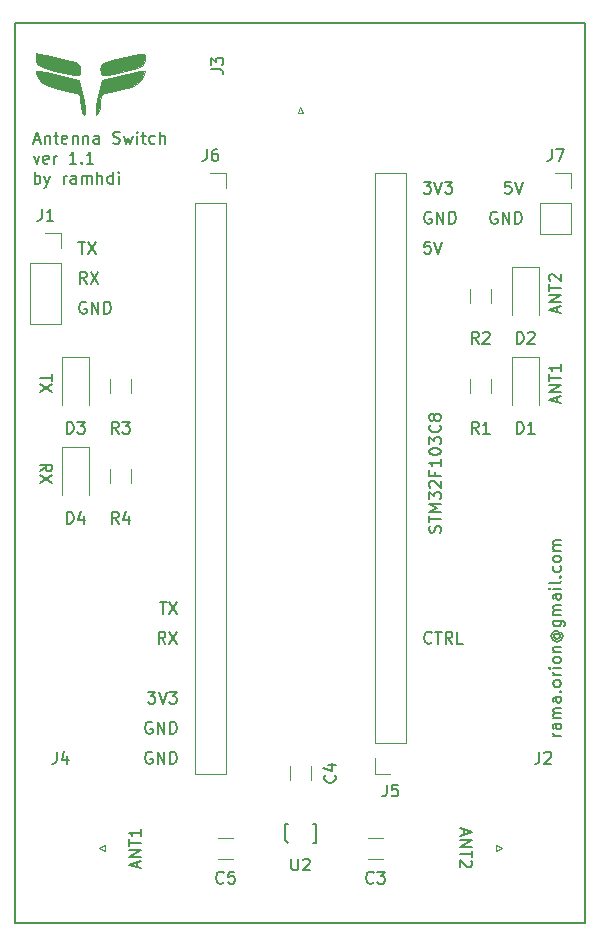
<source format=gbr>
%TF.GenerationSoftware,KiCad,Pcbnew,(5.0.0)*%
%TF.CreationDate,2018-11-11T16:52:16+07:00*%
%TF.ProjectId,AntennaSwitch_v1.1,416E74656E6E615377697463685F7631,rev?*%
%TF.SameCoordinates,Original*%
%TF.FileFunction,Legend,Top*%
%TF.FilePolarity,Positive*%
%FSLAX46Y46*%
G04 Gerber Fmt 4.6, Leading zero omitted, Abs format (unit mm)*
G04 Created by KiCad (PCBNEW (5.0.0)) date 11/11/18 16:52:16*
%MOMM*%
%LPD*%
G01*
G04 APERTURE LIST*
%ADD10C,0.200000*%
%ADD11C,0.150000*%
%ADD12C,0.120000*%
%ADD13C,0.010000*%
G04 APERTURE END LIST*
D10*
X148137619Y-92543333D02*
X148613809Y-92210000D01*
X148137619Y-91971904D02*
X149137619Y-91971904D01*
X149137619Y-92352857D01*
X149090000Y-92448095D01*
X149042380Y-92495714D01*
X148947142Y-92543333D01*
X148804285Y-92543333D01*
X148709047Y-92495714D01*
X148661428Y-92448095D01*
X148613809Y-92352857D01*
X148613809Y-91971904D01*
X149137619Y-92876666D02*
X148137619Y-93543333D01*
X149137619Y-93543333D02*
X148137619Y-92876666D01*
X149137619Y-84328095D02*
X149137619Y-84899523D01*
X148137619Y-84613809D02*
X149137619Y-84613809D01*
X149137619Y-85137619D02*
X148137619Y-85804285D01*
X149137619Y-85804285D02*
X148137619Y-85137619D01*
X183983333Y-122840952D02*
X183983333Y-123317142D01*
X183697619Y-122745714D02*
X184697619Y-123079047D01*
X183697619Y-123412380D01*
X183697619Y-123745714D02*
X184697619Y-123745714D01*
X183697619Y-124317142D01*
X184697619Y-124317142D01*
X184697619Y-124650476D02*
X184697619Y-125221904D01*
X183697619Y-124936190D02*
X184697619Y-124936190D01*
X184602380Y-125507619D02*
X184650000Y-125555238D01*
X184697619Y-125650476D01*
X184697619Y-125888571D01*
X184650000Y-125983809D01*
X184602380Y-126031428D01*
X184507142Y-126079047D01*
X184411904Y-126079047D01*
X184269047Y-126031428D01*
X183697619Y-125460000D01*
X183697619Y-126079047D01*
X156376666Y-126079047D02*
X156376666Y-125602857D01*
X156662380Y-126174285D02*
X155662380Y-125840952D01*
X156662380Y-125507619D01*
X156662380Y-125174285D02*
X155662380Y-125174285D01*
X156662380Y-124602857D01*
X155662380Y-124602857D01*
X155662380Y-124269523D02*
X155662380Y-123698095D01*
X156662380Y-123983809D02*
X155662380Y-123983809D01*
X156662380Y-122840952D02*
X156662380Y-123412380D01*
X156662380Y-123126666D02*
X155662380Y-123126666D01*
X155805238Y-123221904D01*
X155900476Y-123317142D01*
X155948095Y-123412380D01*
X152021904Y-78240000D02*
X151926666Y-78192380D01*
X151783809Y-78192380D01*
X151640952Y-78240000D01*
X151545714Y-78335238D01*
X151498095Y-78430476D01*
X151450476Y-78620952D01*
X151450476Y-78763809D01*
X151498095Y-78954285D01*
X151545714Y-79049523D01*
X151640952Y-79144761D01*
X151783809Y-79192380D01*
X151879047Y-79192380D01*
X152021904Y-79144761D01*
X152069523Y-79097142D01*
X152069523Y-78763809D01*
X151879047Y-78763809D01*
X152498095Y-79192380D02*
X152498095Y-78192380D01*
X153069523Y-79192380D01*
X153069523Y-78192380D01*
X153545714Y-79192380D02*
X153545714Y-78192380D01*
X153783809Y-78192380D01*
X153926666Y-78240000D01*
X154021904Y-78335238D01*
X154069523Y-78430476D01*
X154117142Y-78620952D01*
X154117142Y-78763809D01*
X154069523Y-78954285D01*
X154021904Y-79049523D01*
X153926666Y-79144761D01*
X153783809Y-79192380D01*
X153545714Y-79192380D01*
X191936666Y-79089047D02*
X191936666Y-78612857D01*
X192222380Y-79184285D02*
X191222380Y-78850952D01*
X192222380Y-78517619D01*
X192222380Y-78184285D02*
X191222380Y-78184285D01*
X192222380Y-77612857D01*
X191222380Y-77612857D01*
X191222380Y-77279523D02*
X191222380Y-76708095D01*
X192222380Y-76993809D02*
X191222380Y-76993809D01*
X191317619Y-76422380D02*
X191270000Y-76374761D01*
X191222380Y-76279523D01*
X191222380Y-76041428D01*
X191270000Y-75946190D01*
X191317619Y-75898571D01*
X191412857Y-75850952D01*
X191508095Y-75850952D01*
X191650952Y-75898571D01*
X192222380Y-76470000D01*
X192222380Y-75850952D01*
X191936666Y-86709047D02*
X191936666Y-86232857D01*
X192222380Y-86804285D02*
X191222380Y-86470952D01*
X192222380Y-86137619D01*
X192222380Y-85804285D02*
X191222380Y-85804285D01*
X192222380Y-85232857D01*
X191222380Y-85232857D01*
X191222380Y-84899523D02*
X191222380Y-84328095D01*
X192222380Y-84613809D02*
X191222380Y-84613809D01*
X192222380Y-83470952D02*
X192222380Y-84042380D01*
X192222380Y-83756666D02*
X191222380Y-83756666D01*
X191365238Y-83851904D01*
X191460476Y-83947142D01*
X191508095Y-84042380D01*
X157604285Y-116340000D02*
X157509047Y-116292380D01*
X157366190Y-116292380D01*
X157223333Y-116340000D01*
X157128095Y-116435238D01*
X157080476Y-116530476D01*
X157032857Y-116720952D01*
X157032857Y-116863809D01*
X157080476Y-117054285D01*
X157128095Y-117149523D01*
X157223333Y-117244761D01*
X157366190Y-117292380D01*
X157461428Y-117292380D01*
X157604285Y-117244761D01*
X157651904Y-117197142D01*
X157651904Y-116863809D01*
X157461428Y-116863809D01*
X158080476Y-117292380D02*
X158080476Y-116292380D01*
X158651904Y-117292380D01*
X158651904Y-116292380D01*
X159128095Y-117292380D02*
X159128095Y-116292380D01*
X159366190Y-116292380D01*
X159509047Y-116340000D01*
X159604285Y-116435238D01*
X159651904Y-116530476D01*
X159699523Y-116720952D01*
X159699523Y-116863809D01*
X159651904Y-117054285D01*
X159604285Y-117149523D01*
X159509047Y-117244761D01*
X159366190Y-117292380D01*
X159128095Y-117292380D01*
X157604285Y-113800000D02*
X157509047Y-113752380D01*
X157366190Y-113752380D01*
X157223333Y-113800000D01*
X157128095Y-113895238D01*
X157080476Y-113990476D01*
X157032857Y-114180952D01*
X157032857Y-114323809D01*
X157080476Y-114514285D01*
X157128095Y-114609523D01*
X157223333Y-114704761D01*
X157366190Y-114752380D01*
X157461428Y-114752380D01*
X157604285Y-114704761D01*
X157651904Y-114657142D01*
X157651904Y-114323809D01*
X157461428Y-114323809D01*
X158080476Y-114752380D02*
X158080476Y-113752380D01*
X158651904Y-114752380D01*
X158651904Y-113752380D01*
X159128095Y-114752380D02*
X159128095Y-113752380D01*
X159366190Y-113752380D01*
X159509047Y-113800000D01*
X159604285Y-113895238D01*
X159651904Y-113990476D01*
X159699523Y-114180952D01*
X159699523Y-114323809D01*
X159651904Y-114514285D01*
X159604285Y-114609523D01*
X159509047Y-114704761D01*
X159366190Y-114752380D01*
X159128095Y-114752380D01*
X157270952Y-111212380D02*
X157890000Y-111212380D01*
X157556666Y-111593333D01*
X157699523Y-111593333D01*
X157794761Y-111640952D01*
X157842380Y-111688571D01*
X157890000Y-111783809D01*
X157890000Y-112021904D01*
X157842380Y-112117142D01*
X157794761Y-112164761D01*
X157699523Y-112212380D01*
X157413809Y-112212380D01*
X157318571Y-112164761D01*
X157270952Y-112117142D01*
X158175714Y-111212380D02*
X158509047Y-112212380D01*
X158842380Y-111212380D01*
X159080476Y-111212380D02*
X159699523Y-111212380D01*
X159366190Y-111593333D01*
X159509047Y-111593333D01*
X159604285Y-111640952D01*
X159651904Y-111688571D01*
X159699523Y-111783809D01*
X159699523Y-112021904D01*
X159651904Y-112117142D01*
X159604285Y-112164761D01*
X159509047Y-112212380D01*
X159223333Y-112212380D01*
X159128095Y-112164761D01*
X159080476Y-112117142D01*
X181279523Y-107037142D02*
X181231904Y-107084761D01*
X181089047Y-107132380D01*
X180993809Y-107132380D01*
X180850952Y-107084761D01*
X180755714Y-106989523D01*
X180708095Y-106894285D01*
X180660476Y-106703809D01*
X180660476Y-106560952D01*
X180708095Y-106370476D01*
X180755714Y-106275238D01*
X180850952Y-106180000D01*
X180993809Y-106132380D01*
X181089047Y-106132380D01*
X181231904Y-106180000D01*
X181279523Y-106227619D01*
X181565238Y-106132380D02*
X182136666Y-106132380D01*
X181850952Y-107132380D02*
X181850952Y-106132380D01*
X183041428Y-107132380D02*
X182708095Y-106656190D01*
X182470000Y-107132380D02*
X182470000Y-106132380D01*
X182850952Y-106132380D01*
X182946190Y-106180000D01*
X182993809Y-106227619D01*
X183041428Y-106322857D01*
X183041428Y-106465714D01*
X182993809Y-106560952D01*
X182946190Y-106608571D01*
X182850952Y-106656190D01*
X182470000Y-106656190D01*
X183946190Y-107132380D02*
X183470000Y-107132380D01*
X183470000Y-106132380D01*
X158270952Y-103592380D02*
X158842380Y-103592380D01*
X158556666Y-104592380D02*
X158556666Y-103592380D01*
X159080476Y-103592380D02*
X159747142Y-104592380D01*
X159747142Y-103592380D02*
X159080476Y-104592380D01*
X158747142Y-107132380D02*
X158413809Y-106656190D01*
X158175714Y-107132380D02*
X158175714Y-106132380D01*
X158556666Y-106132380D01*
X158651904Y-106180000D01*
X158699523Y-106227619D01*
X158747142Y-106322857D01*
X158747142Y-106465714D01*
X158699523Y-106560952D01*
X158651904Y-106608571D01*
X158556666Y-106656190D01*
X158175714Y-106656190D01*
X159080476Y-106132380D02*
X159747142Y-107132380D01*
X159747142Y-106132380D02*
X159080476Y-107132380D01*
X181184285Y-73112380D02*
X180708095Y-73112380D01*
X180660476Y-73588571D01*
X180708095Y-73540952D01*
X180803333Y-73493333D01*
X181041428Y-73493333D01*
X181136666Y-73540952D01*
X181184285Y-73588571D01*
X181231904Y-73683809D01*
X181231904Y-73921904D01*
X181184285Y-74017142D01*
X181136666Y-74064761D01*
X181041428Y-74112380D01*
X180803333Y-74112380D01*
X180708095Y-74064761D01*
X180660476Y-74017142D01*
X181517619Y-73112380D02*
X181850952Y-74112380D01*
X182184285Y-73112380D01*
X181231904Y-70620000D02*
X181136666Y-70572380D01*
X180993809Y-70572380D01*
X180850952Y-70620000D01*
X180755714Y-70715238D01*
X180708095Y-70810476D01*
X180660476Y-71000952D01*
X180660476Y-71143809D01*
X180708095Y-71334285D01*
X180755714Y-71429523D01*
X180850952Y-71524761D01*
X180993809Y-71572380D01*
X181089047Y-71572380D01*
X181231904Y-71524761D01*
X181279523Y-71477142D01*
X181279523Y-71143809D01*
X181089047Y-71143809D01*
X181708095Y-71572380D02*
X181708095Y-70572380D01*
X182279523Y-71572380D01*
X182279523Y-70572380D01*
X182755714Y-71572380D02*
X182755714Y-70572380D01*
X182993809Y-70572380D01*
X183136666Y-70620000D01*
X183231904Y-70715238D01*
X183279523Y-70810476D01*
X183327142Y-71000952D01*
X183327142Y-71143809D01*
X183279523Y-71334285D01*
X183231904Y-71429523D01*
X183136666Y-71524761D01*
X182993809Y-71572380D01*
X182755714Y-71572380D01*
X180612857Y-68032380D02*
X181231904Y-68032380D01*
X180898571Y-68413333D01*
X181041428Y-68413333D01*
X181136666Y-68460952D01*
X181184285Y-68508571D01*
X181231904Y-68603809D01*
X181231904Y-68841904D01*
X181184285Y-68937142D01*
X181136666Y-68984761D01*
X181041428Y-69032380D01*
X180755714Y-69032380D01*
X180660476Y-68984761D01*
X180612857Y-68937142D01*
X181517619Y-68032380D02*
X181850952Y-69032380D01*
X182184285Y-68032380D01*
X182422380Y-68032380D02*
X183041428Y-68032380D01*
X182708095Y-68413333D01*
X182850952Y-68413333D01*
X182946190Y-68460952D01*
X182993809Y-68508571D01*
X183041428Y-68603809D01*
X183041428Y-68841904D01*
X182993809Y-68937142D01*
X182946190Y-68984761D01*
X182850952Y-69032380D01*
X182565238Y-69032380D01*
X182470000Y-68984761D01*
X182422380Y-68937142D01*
X182014761Y-97733809D02*
X182062380Y-97590952D01*
X182062380Y-97352857D01*
X182014761Y-97257619D01*
X181967142Y-97210000D01*
X181871904Y-97162380D01*
X181776666Y-97162380D01*
X181681428Y-97210000D01*
X181633809Y-97257619D01*
X181586190Y-97352857D01*
X181538571Y-97543333D01*
X181490952Y-97638571D01*
X181443333Y-97686190D01*
X181348095Y-97733809D01*
X181252857Y-97733809D01*
X181157619Y-97686190D01*
X181110000Y-97638571D01*
X181062380Y-97543333D01*
X181062380Y-97305238D01*
X181110000Y-97162380D01*
X181062380Y-96876666D02*
X181062380Y-96305238D01*
X182062380Y-96590952D02*
X181062380Y-96590952D01*
X182062380Y-95971904D02*
X181062380Y-95971904D01*
X181776666Y-95638571D01*
X181062380Y-95305238D01*
X182062380Y-95305238D01*
X181062380Y-94924285D02*
X181062380Y-94305238D01*
X181443333Y-94638571D01*
X181443333Y-94495714D01*
X181490952Y-94400476D01*
X181538571Y-94352857D01*
X181633809Y-94305238D01*
X181871904Y-94305238D01*
X181967142Y-94352857D01*
X182014761Y-94400476D01*
X182062380Y-94495714D01*
X182062380Y-94781428D01*
X182014761Y-94876666D01*
X181967142Y-94924285D01*
X181157619Y-93924285D02*
X181110000Y-93876666D01*
X181062380Y-93781428D01*
X181062380Y-93543333D01*
X181110000Y-93448095D01*
X181157619Y-93400476D01*
X181252857Y-93352857D01*
X181348095Y-93352857D01*
X181490952Y-93400476D01*
X182062380Y-93971904D01*
X182062380Y-93352857D01*
X181538571Y-92590952D02*
X181538571Y-92924285D01*
X182062380Y-92924285D02*
X181062380Y-92924285D01*
X181062380Y-92448095D01*
X182062380Y-91543333D02*
X182062380Y-92114761D01*
X182062380Y-91829047D02*
X181062380Y-91829047D01*
X181205238Y-91924285D01*
X181300476Y-92019523D01*
X181348095Y-92114761D01*
X181062380Y-90924285D02*
X181062380Y-90829047D01*
X181110000Y-90733809D01*
X181157619Y-90686190D01*
X181252857Y-90638571D01*
X181443333Y-90590952D01*
X181681428Y-90590952D01*
X181871904Y-90638571D01*
X181967142Y-90686190D01*
X182014761Y-90733809D01*
X182062380Y-90829047D01*
X182062380Y-90924285D01*
X182014761Y-91019523D01*
X181967142Y-91067142D01*
X181871904Y-91114761D01*
X181681428Y-91162380D01*
X181443333Y-91162380D01*
X181252857Y-91114761D01*
X181157619Y-91067142D01*
X181110000Y-91019523D01*
X181062380Y-90924285D01*
X181062380Y-90257619D02*
X181062380Y-89638571D01*
X181443333Y-89971904D01*
X181443333Y-89829047D01*
X181490952Y-89733809D01*
X181538571Y-89686190D01*
X181633809Y-89638571D01*
X181871904Y-89638571D01*
X181967142Y-89686190D01*
X182014761Y-89733809D01*
X182062380Y-89829047D01*
X182062380Y-90114761D01*
X182014761Y-90210000D01*
X181967142Y-90257619D01*
X181967142Y-88638571D02*
X182014761Y-88686190D01*
X182062380Y-88829047D01*
X182062380Y-88924285D01*
X182014761Y-89067142D01*
X181919523Y-89162380D01*
X181824285Y-89210000D01*
X181633809Y-89257619D01*
X181490952Y-89257619D01*
X181300476Y-89210000D01*
X181205238Y-89162380D01*
X181110000Y-89067142D01*
X181062380Y-88924285D01*
X181062380Y-88829047D01*
X181110000Y-88686190D01*
X181157619Y-88638571D01*
X181490952Y-88067142D02*
X181443333Y-88162380D01*
X181395714Y-88210000D01*
X181300476Y-88257619D01*
X181252857Y-88257619D01*
X181157619Y-88210000D01*
X181110000Y-88162380D01*
X181062380Y-88067142D01*
X181062380Y-87876666D01*
X181110000Y-87781428D01*
X181157619Y-87733809D01*
X181252857Y-87686190D01*
X181300476Y-87686190D01*
X181395714Y-87733809D01*
X181443333Y-87781428D01*
X181490952Y-87876666D01*
X181490952Y-88067142D01*
X181538571Y-88162380D01*
X181586190Y-88210000D01*
X181681428Y-88257619D01*
X181871904Y-88257619D01*
X181967142Y-88210000D01*
X182014761Y-88162380D01*
X182062380Y-88067142D01*
X182062380Y-87876666D01*
X182014761Y-87781428D01*
X181967142Y-87733809D01*
X181871904Y-87686190D01*
X181681428Y-87686190D01*
X181586190Y-87733809D01*
X181538571Y-87781428D01*
X181490952Y-87876666D01*
X186814285Y-70620000D02*
X186719047Y-70572380D01*
X186576190Y-70572380D01*
X186433333Y-70620000D01*
X186338095Y-70715238D01*
X186290476Y-70810476D01*
X186242857Y-71000952D01*
X186242857Y-71143809D01*
X186290476Y-71334285D01*
X186338095Y-71429523D01*
X186433333Y-71524761D01*
X186576190Y-71572380D01*
X186671428Y-71572380D01*
X186814285Y-71524761D01*
X186861904Y-71477142D01*
X186861904Y-71143809D01*
X186671428Y-71143809D01*
X187290476Y-71572380D02*
X187290476Y-70572380D01*
X187861904Y-71572380D01*
X187861904Y-70572380D01*
X188338095Y-71572380D02*
X188338095Y-70572380D01*
X188576190Y-70572380D01*
X188719047Y-70620000D01*
X188814285Y-70715238D01*
X188861904Y-70810476D01*
X188909523Y-71000952D01*
X188909523Y-71143809D01*
X188861904Y-71334285D01*
X188814285Y-71429523D01*
X188719047Y-71524761D01*
X188576190Y-71572380D01*
X188338095Y-71572380D01*
X151355238Y-73112380D02*
X151926666Y-73112380D01*
X151640952Y-74112380D02*
X151640952Y-73112380D01*
X152164761Y-73112380D02*
X152831428Y-74112380D01*
X152831428Y-73112380D02*
X152164761Y-74112380D01*
X152069523Y-76652380D02*
X151736190Y-76176190D01*
X151498095Y-76652380D02*
X151498095Y-75652380D01*
X151879047Y-75652380D01*
X151974285Y-75700000D01*
X152021904Y-75747619D01*
X152069523Y-75842857D01*
X152069523Y-75985714D01*
X152021904Y-76080952D01*
X151974285Y-76128571D01*
X151879047Y-76176190D01*
X151498095Y-76176190D01*
X152402857Y-75652380D02*
X153069523Y-76652380D01*
X153069523Y-75652380D02*
X152402857Y-76652380D01*
X188004761Y-68032380D02*
X187528571Y-68032380D01*
X187480952Y-68508571D01*
X187528571Y-68460952D01*
X187623809Y-68413333D01*
X187861904Y-68413333D01*
X187957142Y-68460952D01*
X188004761Y-68508571D01*
X188052380Y-68603809D01*
X188052380Y-68841904D01*
X188004761Y-68937142D01*
X187957142Y-68984761D01*
X187861904Y-69032380D01*
X187623809Y-69032380D01*
X187528571Y-68984761D01*
X187480952Y-68937142D01*
X188338095Y-68032380D02*
X188671428Y-69032380D01*
X189004761Y-68032380D01*
D11*
X192222380Y-114965714D02*
X191555714Y-114965714D01*
X191746190Y-114965714D02*
X191650952Y-114918095D01*
X191603333Y-114870476D01*
X191555714Y-114775238D01*
X191555714Y-114680000D01*
X192222380Y-113918095D02*
X191698571Y-113918095D01*
X191603333Y-113965714D01*
X191555714Y-114060952D01*
X191555714Y-114251428D01*
X191603333Y-114346666D01*
X192174761Y-113918095D02*
X192222380Y-114013333D01*
X192222380Y-114251428D01*
X192174761Y-114346666D01*
X192079523Y-114394285D01*
X191984285Y-114394285D01*
X191889047Y-114346666D01*
X191841428Y-114251428D01*
X191841428Y-114013333D01*
X191793809Y-113918095D01*
X192222380Y-113441904D02*
X191555714Y-113441904D01*
X191650952Y-113441904D02*
X191603333Y-113394285D01*
X191555714Y-113299047D01*
X191555714Y-113156190D01*
X191603333Y-113060952D01*
X191698571Y-113013333D01*
X192222380Y-113013333D01*
X191698571Y-113013333D02*
X191603333Y-112965714D01*
X191555714Y-112870476D01*
X191555714Y-112727619D01*
X191603333Y-112632380D01*
X191698571Y-112584761D01*
X192222380Y-112584761D01*
X192222380Y-111680000D02*
X191698571Y-111680000D01*
X191603333Y-111727619D01*
X191555714Y-111822857D01*
X191555714Y-112013333D01*
X191603333Y-112108571D01*
X192174761Y-111680000D02*
X192222380Y-111775238D01*
X192222380Y-112013333D01*
X192174761Y-112108571D01*
X192079523Y-112156190D01*
X191984285Y-112156190D01*
X191889047Y-112108571D01*
X191841428Y-112013333D01*
X191841428Y-111775238D01*
X191793809Y-111680000D01*
X192127142Y-111203809D02*
X192174761Y-111156190D01*
X192222380Y-111203809D01*
X192174761Y-111251428D01*
X192127142Y-111203809D01*
X192222380Y-111203809D01*
X192222380Y-110584761D02*
X192174761Y-110680000D01*
X192127142Y-110727619D01*
X192031904Y-110775238D01*
X191746190Y-110775238D01*
X191650952Y-110727619D01*
X191603333Y-110680000D01*
X191555714Y-110584761D01*
X191555714Y-110441904D01*
X191603333Y-110346666D01*
X191650952Y-110299047D01*
X191746190Y-110251428D01*
X192031904Y-110251428D01*
X192127142Y-110299047D01*
X192174761Y-110346666D01*
X192222380Y-110441904D01*
X192222380Y-110584761D01*
X192222380Y-109822857D02*
X191555714Y-109822857D01*
X191746190Y-109822857D02*
X191650952Y-109775238D01*
X191603333Y-109727619D01*
X191555714Y-109632380D01*
X191555714Y-109537142D01*
X192222380Y-109203809D02*
X191555714Y-109203809D01*
X191222380Y-109203809D02*
X191270000Y-109251428D01*
X191317619Y-109203809D01*
X191270000Y-109156190D01*
X191222380Y-109203809D01*
X191317619Y-109203809D01*
X192222380Y-108584761D02*
X192174761Y-108680000D01*
X192127142Y-108727619D01*
X192031904Y-108775238D01*
X191746190Y-108775238D01*
X191650952Y-108727619D01*
X191603333Y-108680000D01*
X191555714Y-108584761D01*
X191555714Y-108441904D01*
X191603333Y-108346666D01*
X191650952Y-108299047D01*
X191746190Y-108251428D01*
X192031904Y-108251428D01*
X192127142Y-108299047D01*
X192174761Y-108346666D01*
X192222380Y-108441904D01*
X192222380Y-108584761D01*
X191555714Y-107822857D02*
X192222380Y-107822857D01*
X191650952Y-107822857D02*
X191603333Y-107775238D01*
X191555714Y-107680000D01*
X191555714Y-107537142D01*
X191603333Y-107441904D01*
X191698571Y-107394285D01*
X192222380Y-107394285D01*
X191746190Y-106299047D02*
X191698571Y-106346666D01*
X191650952Y-106441904D01*
X191650952Y-106537142D01*
X191698571Y-106632380D01*
X191746190Y-106680000D01*
X191841428Y-106727619D01*
X191936666Y-106727619D01*
X192031904Y-106680000D01*
X192079523Y-106632380D01*
X192127142Y-106537142D01*
X192127142Y-106441904D01*
X192079523Y-106346666D01*
X192031904Y-106299047D01*
X191650952Y-106299047D02*
X192031904Y-106299047D01*
X192079523Y-106251428D01*
X192079523Y-106203809D01*
X192031904Y-106108571D01*
X191936666Y-106060952D01*
X191698571Y-106060952D01*
X191555714Y-106156190D01*
X191460476Y-106299047D01*
X191412857Y-106489523D01*
X191460476Y-106680000D01*
X191555714Y-106822857D01*
X191698571Y-106918095D01*
X191889047Y-106965714D01*
X192079523Y-106918095D01*
X192222380Y-106822857D01*
X192317619Y-106680000D01*
X192365238Y-106489523D01*
X192317619Y-106299047D01*
X192222380Y-106156190D01*
X191555714Y-105203809D02*
X192365238Y-105203809D01*
X192460476Y-105251428D01*
X192508095Y-105299047D01*
X192555714Y-105394285D01*
X192555714Y-105537142D01*
X192508095Y-105632380D01*
X192174761Y-105203809D02*
X192222380Y-105299047D01*
X192222380Y-105489523D01*
X192174761Y-105584761D01*
X192127142Y-105632380D01*
X192031904Y-105680000D01*
X191746190Y-105680000D01*
X191650952Y-105632380D01*
X191603333Y-105584761D01*
X191555714Y-105489523D01*
X191555714Y-105299047D01*
X191603333Y-105203809D01*
X192222380Y-104727619D02*
X191555714Y-104727619D01*
X191650952Y-104727619D02*
X191603333Y-104680000D01*
X191555714Y-104584761D01*
X191555714Y-104441904D01*
X191603333Y-104346666D01*
X191698571Y-104299047D01*
X192222380Y-104299047D01*
X191698571Y-104299047D02*
X191603333Y-104251428D01*
X191555714Y-104156190D01*
X191555714Y-104013333D01*
X191603333Y-103918095D01*
X191698571Y-103870476D01*
X192222380Y-103870476D01*
X192222380Y-102965714D02*
X191698571Y-102965714D01*
X191603333Y-103013333D01*
X191555714Y-103108571D01*
X191555714Y-103299047D01*
X191603333Y-103394285D01*
X192174761Y-102965714D02*
X192222380Y-103060952D01*
X192222380Y-103299047D01*
X192174761Y-103394285D01*
X192079523Y-103441904D01*
X191984285Y-103441904D01*
X191889047Y-103394285D01*
X191841428Y-103299047D01*
X191841428Y-103060952D01*
X191793809Y-102965714D01*
X192222380Y-102489523D02*
X191555714Y-102489523D01*
X191222380Y-102489523D02*
X191270000Y-102537142D01*
X191317619Y-102489523D01*
X191270000Y-102441904D01*
X191222380Y-102489523D01*
X191317619Y-102489523D01*
X192222380Y-101870476D02*
X192174761Y-101965714D01*
X192079523Y-102013333D01*
X191222380Y-102013333D01*
X192127142Y-101489523D02*
X192174761Y-101441904D01*
X192222380Y-101489523D01*
X192174761Y-101537142D01*
X192127142Y-101489523D01*
X192222380Y-101489523D01*
X192174761Y-100584761D02*
X192222380Y-100680000D01*
X192222380Y-100870476D01*
X192174761Y-100965714D01*
X192127142Y-101013333D01*
X192031904Y-101060952D01*
X191746190Y-101060952D01*
X191650952Y-101013333D01*
X191603333Y-100965714D01*
X191555714Y-100870476D01*
X191555714Y-100680000D01*
X191603333Y-100584761D01*
X192222380Y-100013333D02*
X192174761Y-100108571D01*
X192127142Y-100156190D01*
X192031904Y-100203809D01*
X191746190Y-100203809D01*
X191650952Y-100156190D01*
X191603333Y-100108571D01*
X191555714Y-100013333D01*
X191555714Y-99870476D01*
X191603333Y-99775238D01*
X191650952Y-99727619D01*
X191746190Y-99680000D01*
X192031904Y-99680000D01*
X192127142Y-99727619D01*
X192174761Y-99775238D01*
X192222380Y-99870476D01*
X192222380Y-100013333D01*
X192222380Y-99251428D02*
X191555714Y-99251428D01*
X191650952Y-99251428D02*
X191603333Y-99203809D01*
X191555714Y-99108571D01*
X191555714Y-98965714D01*
X191603333Y-98870476D01*
X191698571Y-98822857D01*
X192222380Y-98822857D01*
X191698571Y-98822857D02*
X191603333Y-98775238D01*
X191555714Y-98680000D01*
X191555714Y-98537142D01*
X191603333Y-98441904D01*
X191698571Y-98394285D01*
X192222380Y-98394285D01*
D10*
X194310000Y-54610000D02*
X194310000Y-130810000D01*
X146050000Y-54610000D02*
X194310000Y-54610000D01*
X146050000Y-130810000D02*
X146050000Y-54610000D01*
X194310000Y-130810000D02*
X146050000Y-130810000D01*
X147640476Y-64506666D02*
X148116666Y-64506666D01*
X147545238Y-64792380D02*
X147878571Y-63792380D01*
X148211904Y-64792380D01*
X148545238Y-64125714D02*
X148545238Y-64792380D01*
X148545238Y-64220952D02*
X148592857Y-64173333D01*
X148688095Y-64125714D01*
X148830952Y-64125714D01*
X148926190Y-64173333D01*
X148973809Y-64268571D01*
X148973809Y-64792380D01*
X149307142Y-64125714D02*
X149688095Y-64125714D01*
X149450000Y-63792380D02*
X149450000Y-64649523D01*
X149497619Y-64744761D01*
X149592857Y-64792380D01*
X149688095Y-64792380D01*
X150402380Y-64744761D02*
X150307142Y-64792380D01*
X150116666Y-64792380D01*
X150021428Y-64744761D01*
X149973809Y-64649523D01*
X149973809Y-64268571D01*
X150021428Y-64173333D01*
X150116666Y-64125714D01*
X150307142Y-64125714D01*
X150402380Y-64173333D01*
X150450000Y-64268571D01*
X150450000Y-64363809D01*
X149973809Y-64459047D01*
X150878571Y-64125714D02*
X150878571Y-64792380D01*
X150878571Y-64220952D02*
X150926190Y-64173333D01*
X151021428Y-64125714D01*
X151164285Y-64125714D01*
X151259523Y-64173333D01*
X151307142Y-64268571D01*
X151307142Y-64792380D01*
X151783333Y-64125714D02*
X151783333Y-64792380D01*
X151783333Y-64220952D02*
X151830952Y-64173333D01*
X151926190Y-64125714D01*
X152069047Y-64125714D01*
X152164285Y-64173333D01*
X152211904Y-64268571D01*
X152211904Y-64792380D01*
X153116666Y-64792380D02*
X153116666Y-64268571D01*
X153069047Y-64173333D01*
X152973809Y-64125714D01*
X152783333Y-64125714D01*
X152688095Y-64173333D01*
X153116666Y-64744761D02*
X153021428Y-64792380D01*
X152783333Y-64792380D01*
X152688095Y-64744761D01*
X152640476Y-64649523D01*
X152640476Y-64554285D01*
X152688095Y-64459047D01*
X152783333Y-64411428D01*
X153021428Y-64411428D01*
X153116666Y-64363809D01*
X154307142Y-64744761D02*
X154450000Y-64792380D01*
X154688095Y-64792380D01*
X154783333Y-64744761D01*
X154830952Y-64697142D01*
X154878571Y-64601904D01*
X154878571Y-64506666D01*
X154830952Y-64411428D01*
X154783333Y-64363809D01*
X154688095Y-64316190D01*
X154497619Y-64268571D01*
X154402380Y-64220952D01*
X154354761Y-64173333D01*
X154307142Y-64078095D01*
X154307142Y-63982857D01*
X154354761Y-63887619D01*
X154402380Y-63840000D01*
X154497619Y-63792380D01*
X154735714Y-63792380D01*
X154878571Y-63840000D01*
X155211904Y-64125714D02*
X155402380Y-64792380D01*
X155592857Y-64316190D01*
X155783333Y-64792380D01*
X155973809Y-64125714D01*
X156354761Y-64792380D02*
X156354761Y-64125714D01*
X156354761Y-63792380D02*
X156307142Y-63840000D01*
X156354761Y-63887619D01*
X156402380Y-63840000D01*
X156354761Y-63792380D01*
X156354761Y-63887619D01*
X156688095Y-64125714D02*
X157069047Y-64125714D01*
X156830952Y-63792380D02*
X156830952Y-64649523D01*
X156878571Y-64744761D01*
X156973809Y-64792380D01*
X157069047Y-64792380D01*
X157830952Y-64744761D02*
X157735714Y-64792380D01*
X157545238Y-64792380D01*
X157450000Y-64744761D01*
X157402380Y-64697142D01*
X157354761Y-64601904D01*
X157354761Y-64316190D01*
X157402380Y-64220952D01*
X157450000Y-64173333D01*
X157545238Y-64125714D01*
X157735714Y-64125714D01*
X157830952Y-64173333D01*
X158259523Y-64792380D02*
X158259523Y-63792380D01*
X158688095Y-64792380D02*
X158688095Y-64268571D01*
X158640476Y-64173333D01*
X158545238Y-64125714D01*
X158402380Y-64125714D01*
X158307142Y-64173333D01*
X158259523Y-64220952D01*
X147592857Y-65825714D02*
X147830952Y-66492380D01*
X148069047Y-65825714D01*
X148830952Y-66444761D02*
X148735714Y-66492380D01*
X148545238Y-66492380D01*
X148450000Y-66444761D01*
X148402380Y-66349523D01*
X148402380Y-65968571D01*
X148450000Y-65873333D01*
X148545238Y-65825714D01*
X148735714Y-65825714D01*
X148830952Y-65873333D01*
X148878571Y-65968571D01*
X148878571Y-66063809D01*
X148402380Y-66159047D01*
X149307142Y-66492380D02*
X149307142Y-65825714D01*
X149307142Y-66016190D02*
X149354761Y-65920952D01*
X149402380Y-65873333D01*
X149497619Y-65825714D01*
X149592857Y-65825714D01*
X151211904Y-66492380D02*
X150640476Y-66492380D01*
X150926190Y-66492380D02*
X150926190Y-65492380D01*
X150830952Y-65635238D01*
X150735714Y-65730476D01*
X150640476Y-65778095D01*
X151640476Y-66397142D02*
X151688095Y-66444761D01*
X151640476Y-66492380D01*
X151592857Y-66444761D01*
X151640476Y-66397142D01*
X151640476Y-66492380D01*
X152640476Y-66492380D02*
X152069047Y-66492380D01*
X152354761Y-66492380D02*
X152354761Y-65492380D01*
X152259523Y-65635238D01*
X152164285Y-65730476D01*
X152069047Y-65778095D01*
X147688095Y-68192380D02*
X147688095Y-67192380D01*
X147688095Y-67573333D02*
X147783333Y-67525714D01*
X147973809Y-67525714D01*
X148069047Y-67573333D01*
X148116666Y-67620952D01*
X148164285Y-67716190D01*
X148164285Y-68001904D01*
X148116666Y-68097142D01*
X148069047Y-68144761D01*
X147973809Y-68192380D01*
X147783333Y-68192380D01*
X147688095Y-68144761D01*
X148497619Y-67525714D02*
X148735714Y-68192380D01*
X148973809Y-67525714D02*
X148735714Y-68192380D01*
X148640476Y-68430476D01*
X148592857Y-68478095D01*
X148497619Y-68525714D01*
X150116666Y-68192380D02*
X150116666Y-67525714D01*
X150116666Y-67716190D02*
X150164285Y-67620952D01*
X150211904Y-67573333D01*
X150307142Y-67525714D01*
X150402380Y-67525714D01*
X151164285Y-68192380D02*
X151164285Y-67668571D01*
X151116666Y-67573333D01*
X151021428Y-67525714D01*
X150830952Y-67525714D01*
X150735714Y-67573333D01*
X151164285Y-68144761D02*
X151069047Y-68192380D01*
X150830952Y-68192380D01*
X150735714Y-68144761D01*
X150688095Y-68049523D01*
X150688095Y-67954285D01*
X150735714Y-67859047D01*
X150830952Y-67811428D01*
X151069047Y-67811428D01*
X151164285Y-67763809D01*
X151640476Y-68192380D02*
X151640476Y-67525714D01*
X151640476Y-67620952D02*
X151688095Y-67573333D01*
X151783333Y-67525714D01*
X151926190Y-67525714D01*
X152021428Y-67573333D01*
X152069047Y-67668571D01*
X152069047Y-68192380D01*
X152069047Y-67668571D02*
X152116666Y-67573333D01*
X152211904Y-67525714D01*
X152354761Y-67525714D01*
X152450000Y-67573333D01*
X152497619Y-67668571D01*
X152497619Y-68192380D01*
X152973809Y-68192380D02*
X152973809Y-67192380D01*
X153402380Y-68192380D02*
X153402380Y-67668571D01*
X153354761Y-67573333D01*
X153259523Y-67525714D01*
X153116666Y-67525714D01*
X153021428Y-67573333D01*
X152973809Y-67620952D01*
X154307142Y-68192380D02*
X154307142Y-67192380D01*
X154307142Y-68144761D02*
X154211904Y-68192380D01*
X154021428Y-68192380D01*
X153926190Y-68144761D01*
X153878571Y-68097142D01*
X153830952Y-68001904D01*
X153830952Y-67716190D01*
X153878571Y-67620952D01*
X153926190Y-67573333D01*
X154021428Y-67525714D01*
X154211904Y-67525714D01*
X154307142Y-67573333D01*
X154783333Y-68192380D02*
X154783333Y-67525714D01*
X154783333Y-67192380D02*
X154735714Y-67240000D01*
X154783333Y-67287619D01*
X154830952Y-67240000D01*
X154783333Y-67192380D01*
X154783333Y-67287619D01*
D12*
X152265000Y-94527500D02*
X152265000Y-90467500D01*
X152265000Y-90467500D02*
X149995000Y-90467500D01*
X149995000Y-90467500D02*
X149995000Y-94527500D01*
D11*
X169080000Y-123990000D02*
X168880000Y-123790000D01*
X168880000Y-122390000D02*
X168880000Y-123790000D01*
X169080000Y-122390000D02*
X168880000Y-122390000D01*
X171480000Y-123990000D02*
X171280000Y-123990000D01*
X171480000Y-122390000D02*
X171480000Y-123990000D01*
X171280000Y-122390000D02*
X171480000Y-122390000D01*
D12*
X187230000Y-124460000D02*
X186730000Y-124710000D01*
X186730000Y-124710000D02*
X186730000Y-124210000D01*
X186730000Y-124210000D02*
X187230000Y-124460000D01*
X169930000Y-62190000D02*
X170180000Y-61690000D01*
X170430000Y-62190000D02*
X169930000Y-62190000D01*
X170180000Y-61690000D02*
X170430000Y-62190000D01*
X153630000Y-124710000D02*
X153130000Y-124460000D01*
X153630000Y-124210000D02*
X153630000Y-124710000D01*
X153130000Y-124460000D02*
X153630000Y-124210000D01*
X147260000Y-74930000D02*
X149920000Y-74930000D01*
X147260000Y-74930000D02*
X147260000Y-80070000D01*
X147260000Y-80070000D02*
X149920000Y-80070000D01*
X149920000Y-74930000D02*
X149920000Y-80070000D01*
X149920000Y-72330000D02*
X149920000Y-73660000D01*
X148590000Y-72330000D02*
X149920000Y-72330000D01*
X179130000Y-115570000D02*
X176470000Y-115570000D01*
X179130000Y-115570000D02*
X179130000Y-67250000D01*
X179130000Y-67250000D02*
X176470000Y-67250000D01*
X176470000Y-115570000D02*
X176470000Y-67250000D01*
X176470000Y-118170000D02*
X176470000Y-116840000D01*
X177800000Y-118170000D02*
X176470000Y-118170000D01*
X162560000Y-67250000D02*
X163890000Y-67250000D01*
X163890000Y-67250000D02*
X163890000Y-68580000D01*
X163890000Y-69850000D02*
X163890000Y-118170000D01*
X161230000Y-118170000D02*
X163890000Y-118170000D01*
X161230000Y-69850000D02*
X161230000Y-118170000D01*
X161230000Y-69850000D02*
X163890000Y-69850000D01*
X190440000Y-69850000D02*
X193100000Y-69850000D01*
X190440000Y-69850000D02*
X190440000Y-72450000D01*
X190440000Y-72450000D02*
X193100000Y-72450000D01*
X193100000Y-69850000D02*
X193100000Y-72450000D01*
X193100000Y-67250000D02*
X193100000Y-68580000D01*
X191770000Y-67250000D02*
X193100000Y-67250000D01*
X177132064Y-123550000D02*
X175927936Y-123550000D01*
X177132064Y-125370000D02*
X175927936Y-125370000D01*
X171090000Y-117507936D02*
X171090000Y-118712064D01*
X169270000Y-117507936D02*
X169270000Y-118712064D01*
X163227936Y-123550000D02*
X164432064Y-123550000D01*
X163227936Y-125370000D02*
X164432064Y-125370000D01*
X188095000Y-82847500D02*
X188095000Y-86907500D01*
X190365000Y-82847500D02*
X188095000Y-82847500D01*
X190365000Y-86907500D02*
X190365000Y-82847500D01*
X190365000Y-79287500D02*
X190365000Y-75227500D01*
X190365000Y-75227500D02*
X188095000Y-75227500D01*
X188095000Y-75227500D02*
X188095000Y-79287500D01*
X149995000Y-82847500D02*
X149995000Y-86907500D01*
X152265000Y-82847500D02*
X149995000Y-82847500D01*
X152265000Y-86907500D02*
X152265000Y-82847500D01*
X184510000Y-85909564D02*
X184510000Y-84705436D01*
X186330000Y-85909564D02*
X186330000Y-84705436D01*
X186330000Y-78289564D02*
X186330000Y-77085436D01*
X184510000Y-78289564D02*
X184510000Y-77085436D01*
X155850000Y-85909564D02*
X155850000Y-84705436D01*
X154030000Y-85909564D02*
X154030000Y-84705436D01*
X154030000Y-93529564D02*
X154030000Y-92325436D01*
X155850000Y-93529564D02*
X155850000Y-92325436D01*
D13*
G36*
X157029203Y-57294301D02*
X157034371Y-57567518D01*
X157017810Y-57712472D01*
X156946804Y-58007270D01*
X156758680Y-58216236D01*
X156364072Y-58390339D01*
X155673611Y-58580548D01*
X155363334Y-58656084D01*
X154413913Y-58878682D01*
X153801535Y-58995012D01*
X153452384Y-59000817D01*
X153292643Y-58891839D01*
X153248495Y-58663821D01*
X153246667Y-58533991D01*
X153271530Y-58285067D01*
X153391351Y-58093877D01*
X153673981Y-57929499D01*
X154187269Y-57761011D01*
X154999063Y-57557491D01*
X155786667Y-57376399D01*
X156494663Y-57223122D01*
X156879071Y-57187629D01*
X157029203Y-57294301D01*
X157029203Y-57294301D01*
G37*
X157029203Y-57294301D02*
X157034371Y-57567518D01*
X157017810Y-57712472D01*
X156946804Y-58007270D01*
X156758680Y-58216236D01*
X156364072Y-58390339D01*
X155673611Y-58580548D01*
X155363334Y-58656084D01*
X154413913Y-58878682D01*
X153801535Y-58995012D01*
X153452384Y-59000817D01*
X153292643Y-58891839D01*
X153248495Y-58663821D01*
X153246667Y-58533991D01*
X153271530Y-58285067D01*
X153391351Y-58093877D01*
X153673981Y-57929499D01*
X154187269Y-57761011D01*
X154999063Y-57557491D01*
X155786667Y-57376399D01*
X156494663Y-57223122D01*
X156879071Y-57187629D01*
X157029203Y-57294301D01*
G36*
X148076732Y-57194670D02*
X148617858Y-57309675D01*
X149320083Y-57466502D01*
X150058142Y-57636641D01*
X150706770Y-57791580D01*
X151140699Y-57902809D01*
X151182917Y-57914966D01*
X151484845Y-58202290D01*
X151553334Y-58540097D01*
X151526847Y-58818474D01*
X151399954Y-58973825D01*
X151101506Y-59009479D01*
X150560356Y-58928763D01*
X149705355Y-58735004D01*
X149330834Y-58644044D01*
X148554387Y-58439498D01*
X148100383Y-58262552D01*
X147876171Y-58057674D01*
X147789102Y-57769336D01*
X147782191Y-57715854D01*
X147767323Y-57302279D01*
X147821973Y-57150000D01*
X148076732Y-57194670D01*
X148076732Y-57194670D01*
G37*
X148076732Y-57194670D02*
X148617858Y-57309675D01*
X149320083Y-57466502D01*
X150058142Y-57636641D01*
X150706770Y-57791580D01*
X151140699Y-57902809D01*
X151182917Y-57914966D01*
X151484845Y-58202290D01*
X151553334Y-58540097D01*
X151526847Y-58818474D01*
X151399954Y-58973825D01*
X151101506Y-59009479D01*
X150560356Y-58928763D01*
X149705355Y-58735004D01*
X149330834Y-58644044D01*
X148554387Y-58439498D01*
X148100383Y-58262552D01*
X147876171Y-58057674D01*
X147789102Y-57769336D01*
X147782191Y-57715854D01*
X147767323Y-57302279D01*
X147821973Y-57150000D01*
X148076732Y-57194670D01*
G36*
X156975289Y-58691400D02*
X156971379Y-58945471D01*
X156768405Y-59357583D01*
X156438116Y-59703175D01*
X155908369Y-59978371D01*
X155102846Y-60212901D01*
X154040417Y-60420394D01*
X153518295Y-60546655D01*
X153294073Y-60766786D01*
X153243599Y-61207556D01*
X153243426Y-61234174D01*
X153179200Y-61814395D01*
X153035000Y-62230000D01*
X152886137Y-62383324D01*
X152836671Y-62166454D01*
X152835916Y-62018333D01*
X152893422Y-61501626D01*
X153032395Y-60792077D01*
X153120528Y-60431438D01*
X153399040Y-59373709D01*
X155117804Y-58963193D01*
X155920942Y-58790598D01*
X156559977Y-58689175D01*
X156929821Y-58674299D01*
X156975289Y-58691400D01*
X156975289Y-58691400D01*
G37*
X156975289Y-58691400D02*
X156971379Y-58945471D01*
X156768405Y-59357583D01*
X156438116Y-59703175D01*
X155908369Y-59978371D01*
X155102846Y-60212901D01*
X154040417Y-60420394D01*
X153518295Y-60546655D01*
X153294073Y-60766786D01*
X153243599Y-61207556D01*
X153243426Y-61234174D01*
X153179200Y-61814395D01*
X153035000Y-62230000D01*
X152886137Y-62383324D01*
X152836671Y-62166454D01*
X152835916Y-62018333D01*
X152893422Y-61501626D01*
X153032395Y-60792077D01*
X153120528Y-60431438D01*
X153399040Y-59373709D01*
X155117804Y-58963193D01*
X155920942Y-58790598D01*
X156559977Y-58689175D01*
X156929821Y-58674299D01*
X156975289Y-58691400D01*
G36*
X148640950Y-58747818D02*
X149400628Y-58898223D01*
X149681430Y-58963010D01*
X151399427Y-59373343D01*
X151696314Y-60533426D01*
X151842153Y-61212708D01*
X151921614Y-61801991D01*
X151934044Y-62224529D01*
X151878787Y-62403574D01*
X151755191Y-62262377D01*
X151710172Y-62159771D01*
X151591604Y-61655518D01*
X151553334Y-61163946D01*
X151501045Y-60753123D01*
X151262856Y-60540955D01*
X150759584Y-60420394D01*
X149629416Y-60197000D01*
X148845935Y-59960567D01*
X148332825Y-59681365D01*
X148031596Y-59357583D01*
X147827903Y-58943158D01*
X147824711Y-58691400D01*
X148080606Y-58673751D01*
X148640950Y-58747818D01*
X148640950Y-58747818D01*
G37*
X148640950Y-58747818D02*
X149400628Y-58898223D01*
X149681430Y-58963010D01*
X151399427Y-59373343D01*
X151696314Y-60533426D01*
X151842153Y-61212708D01*
X151921614Y-61801991D01*
X151934044Y-62224529D01*
X151878787Y-62403574D01*
X151755191Y-62262377D01*
X151710172Y-62159771D01*
X151591604Y-61655518D01*
X151553334Y-61163946D01*
X151501045Y-60753123D01*
X151262856Y-60540955D01*
X150759584Y-60420394D01*
X149629416Y-60197000D01*
X148845935Y-59960567D01*
X148332825Y-59681365D01*
X148031596Y-59357583D01*
X147827903Y-58943158D01*
X147824711Y-58691400D01*
X148080606Y-58673751D01*
X148640950Y-58747818D01*
D11*
X150391904Y-96972380D02*
X150391904Y-95972380D01*
X150630000Y-95972380D01*
X150772857Y-96020000D01*
X150868095Y-96115238D01*
X150915714Y-96210476D01*
X150963333Y-96400952D01*
X150963333Y-96543809D01*
X150915714Y-96734285D01*
X150868095Y-96829523D01*
X150772857Y-96924761D01*
X150630000Y-96972380D01*
X150391904Y-96972380D01*
X151820476Y-96305714D02*
X151820476Y-96972380D01*
X151582380Y-95924761D02*
X151344285Y-96639047D01*
X151963333Y-96639047D01*
X169418095Y-125342380D02*
X169418095Y-126151904D01*
X169465714Y-126247142D01*
X169513333Y-126294761D01*
X169608571Y-126342380D01*
X169799047Y-126342380D01*
X169894285Y-126294761D01*
X169941904Y-126247142D01*
X169989523Y-126151904D01*
X169989523Y-125342380D01*
X170418095Y-125437619D02*
X170465714Y-125390000D01*
X170560952Y-125342380D01*
X170799047Y-125342380D01*
X170894285Y-125390000D01*
X170941904Y-125437619D01*
X170989523Y-125532857D01*
X170989523Y-125628095D01*
X170941904Y-125770952D01*
X170370476Y-126342380D01*
X170989523Y-126342380D01*
X190396666Y-116292380D02*
X190396666Y-117006666D01*
X190349047Y-117149523D01*
X190253809Y-117244761D01*
X190110952Y-117292380D01*
X190015714Y-117292380D01*
X190825238Y-116387619D02*
X190872857Y-116340000D01*
X190968095Y-116292380D01*
X191206190Y-116292380D01*
X191301428Y-116340000D01*
X191349047Y-116387619D01*
X191396666Y-116482857D01*
X191396666Y-116578095D01*
X191349047Y-116720952D01*
X190777619Y-117292380D01*
X191396666Y-117292380D01*
X162632380Y-58523333D02*
X163346666Y-58523333D01*
X163489523Y-58570952D01*
X163584761Y-58666190D01*
X163632380Y-58809047D01*
X163632380Y-58904285D01*
X162632380Y-58142380D02*
X162632380Y-57523333D01*
X163013333Y-57856666D01*
X163013333Y-57713809D01*
X163060952Y-57618571D01*
X163108571Y-57570952D01*
X163203809Y-57523333D01*
X163441904Y-57523333D01*
X163537142Y-57570952D01*
X163584761Y-57618571D01*
X163632380Y-57713809D01*
X163632380Y-57999523D01*
X163584761Y-58094761D01*
X163537142Y-58142380D01*
X149526666Y-116292380D02*
X149526666Y-117006666D01*
X149479047Y-117149523D01*
X149383809Y-117244761D01*
X149240952Y-117292380D01*
X149145714Y-117292380D01*
X150431428Y-116625714D02*
X150431428Y-117292380D01*
X150193333Y-116244761D02*
X149955238Y-116959047D01*
X150574285Y-116959047D01*
X148256666Y-70342380D02*
X148256666Y-71056666D01*
X148209047Y-71199523D01*
X148113809Y-71294761D01*
X147970952Y-71342380D01*
X147875714Y-71342380D01*
X149256666Y-71342380D02*
X148685238Y-71342380D01*
X148970952Y-71342380D02*
X148970952Y-70342380D01*
X148875714Y-70485238D01*
X148780476Y-70580476D01*
X148685238Y-70628095D01*
X177466666Y-119062380D02*
X177466666Y-119776666D01*
X177419047Y-119919523D01*
X177323809Y-120014761D01*
X177180952Y-120062380D01*
X177085714Y-120062380D01*
X178419047Y-119062380D02*
X177942857Y-119062380D01*
X177895238Y-119538571D01*
X177942857Y-119490952D01*
X178038095Y-119443333D01*
X178276190Y-119443333D01*
X178371428Y-119490952D01*
X178419047Y-119538571D01*
X178466666Y-119633809D01*
X178466666Y-119871904D01*
X178419047Y-119967142D01*
X178371428Y-120014761D01*
X178276190Y-120062380D01*
X178038095Y-120062380D01*
X177942857Y-120014761D01*
X177895238Y-119967142D01*
X162226666Y-65262380D02*
X162226666Y-65976666D01*
X162179047Y-66119523D01*
X162083809Y-66214761D01*
X161940952Y-66262380D01*
X161845714Y-66262380D01*
X163131428Y-65262380D02*
X162940952Y-65262380D01*
X162845714Y-65310000D01*
X162798095Y-65357619D01*
X162702857Y-65500476D01*
X162655238Y-65690952D01*
X162655238Y-66071904D01*
X162702857Y-66167142D01*
X162750476Y-66214761D01*
X162845714Y-66262380D01*
X163036190Y-66262380D01*
X163131428Y-66214761D01*
X163179047Y-66167142D01*
X163226666Y-66071904D01*
X163226666Y-65833809D01*
X163179047Y-65738571D01*
X163131428Y-65690952D01*
X163036190Y-65643333D01*
X162845714Y-65643333D01*
X162750476Y-65690952D01*
X162702857Y-65738571D01*
X162655238Y-65833809D01*
X191436666Y-65262380D02*
X191436666Y-65976666D01*
X191389047Y-66119523D01*
X191293809Y-66214761D01*
X191150952Y-66262380D01*
X191055714Y-66262380D01*
X191817619Y-65262380D02*
X192484285Y-65262380D01*
X192055714Y-66262380D01*
X176363333Y-127357142D02*
X176315714Y-127404761D01*
X176172857Y-127452380D01*
X176077619Y-127452380D01*
X175934761Y-127404761D01*
X175839523Y-127309523D01*
X175791904Y-127214285D01*
X175744285Y-127023809D01*
X175744285Y-126880952D01*
X175791904Y-126690476D01*
X175839523Y-126595238D01*
X175934761Y-126500000D01*
X176077619Y-126452380D01*
X176172857Y-126452380D01*
X176315714Y-126500000D01*
X176363333Y-126547619D01*
X176696666Y-126452380D02*
X177315714Y-126452380D01*
X176982380Y-126833333D01*
X177125238Y-126833333D01*
X177220476Y-126880952D01*
X177268095Y-126928571D01*
X177315714Y-127023809D01*
X177315714Y-127261904D01*
X177268095Y-127357142D01*
X177220476Y-127404761D01*
X177125238Y-127452380D01*
X176839523Y-127452380D01*
X176744285Y-127404761D01*
X176696666Y-127357142D01*
X173077142Y-118276666D02*
X173124761Y-118324285D01*
X173172380Y-118467142D01*
X173172380Y-118562380D01*
X173124761Y-118705238D01*
X173029523Y-118800476D01*
X172934285Y-118848095D01*
X172743809Y-118895714D01*
X172600952Y-118895714D01*
X172410476Y-118848095D01*
X172315238Y-118800476D01*
X172220000Y-118705238D01*
X172172380Y-118562380D01*
X172172380Y-118467142D01*
X172220000Y-118324285D01*
X172267619Y-118276666D01*
X172505714Y-117419523D02*
X173172380Y-117419523D01*
X172124761Y-117657619D02*
X172839047Y-117895714D01*
X172839047Y-117276666D01*
X163663333Y-127357142D02*
X163615714Y-127404761D01*
X163472857Y-127452380D01*
X163377619Y-127452380D01*
X163234761Y-127404761D01*
X163139523Y-127309523D01*
X163091904Y-127214285D01*
X163044285Y-127023809D01*
X163044285Y-126880952D01*
X163091904Y-126690476D01*
X163139523Y-126595238D01*
X163234761Y-126500000D01*
X163377619Y-126452380D01*
X163472857Y-126452380D01*
X163615714Y-126500000D01*
X163663333Y-126547619D01*
X164568095Y-126452380D02*
X164091904Y-126452380D01*
X164044285Y-126928571D01*
X164091904Y-126880952D01*
X164187142Y-126833333D01*
X164425238Y-126833333D01*
X164520476Y-126880952D01*
X164568095Y-126928571D01*
X164615714Y-127023809D01*
X164615714Y-127261904D01*
X164568095Y-127357142D01*
X164520476Y-127404761D01*
X164425238Y-127452380D01*
X164187142Y-127452380D01*
X164091904Y-127404761D01*
X164044285Y-127357142D01*
X188491904Y-89352380D02*
X188491904Y-88352380D01*
X188730000Y-88352380D01*
X188872857Y-88400000D01*
X188968095Y-88495238D01*
X189015714Y-88590476D01*
X189063333Y-88780952D01*
X189063333Y-88923809D01*
X189015714Y-89114285D01*
X188968095Y-89209523D01*
X188872857Y-89304761D01*
X188730000Y-89352380D01*
X188491904Y-89352380D01*
X190015714Y-89352380D02*
X189444285Y-89352380D01*
X189730000Y-89352380D02*
X189730000Y-88352380D01*
X189634761Y-88495238D01*
X189539523Y-88590476D01*
X189444285Y-88638095D01*
X188491904Y-81732380D02*
X188491904Y-80732380D01*
X188730000Y-80732380D01*
X188872857Y-80780000D01*
X188968095Y-80875238D01*
X189015714Y-80970476D01*
X189063333Y-81160952D01*
X189063333Y-81303809D01*
X189015714Y-81494285D01*
X188968095Y-81589523D01*
X188872857Y-81684761D01*
X188730000Y-81732380D01*
X188491904Y-81732380D01*
X189444285Y-80827619D02*
X189491904Y-80780000D01*
X189587142Y-80732380D01*
X189825238Y-80732380D01*
X189920476Y-80780000D01*
X189968095Y-80827619D01*
X190015714Y-80922857D01*
X190015714Y-81018095D01*
X189968095Y-81160952D01*
X189396666Y-81732380D01*
X190015714Y-81732380D01*
X150391904Y-89352380D02*
X150391904Y-88352380D01*
X150630000Y-88352380D01*
X150772857Y-88400000D01*
X150868095Y-88495238D01*
X150915714Y-88590476D01*
X150963333Y-88780952D01*
X150963333Y-88923809D01*
X150915714Y-89114285D01*
X150868095Y-89209523D01*
X150772857Y-89304761D01*
X150630000Y-89352380D01*
X150391904Y-89352380D01*
X151296666Y-88352380D02*
X151915714Y-88352380D01*
X151582380Y-88733333D01*
X151725238Y-88733333D01*
X151820476Y-88780952D01*
X151868095Y-88828571D01*
X151915714Y-88923809D01*
X151915714Y-89161904D01*
X151868095Y-89257142D01*
X151820476Y-89304761D01*
X151725238Y-89352380D01*
X151439523Y-89352380D01*
X151344285Y-89304761D01*
X151296666Y-89257142D01*
X185253333Y-89352380D02*
X184920000Y-88876190D01*
X184681904Y-89352380D02*
X184681904Y-88352380D01*
X185062857Y-88352380D01*
X185158095Y-88400000D01*
X185205714Y-88447619D01*
X185253333Y-88542857D01*
X185253333Y-88685714D01*
X185205714Y-88780952D01*
X185158095Y-88828571D01*
X185062857Y-88876190D01*
X184681904Y-88876190D01*
X186205714Y-89352380D02*
X185634285Y-89352380D01*
X185920000Y-89352380D02*
X185920000Y-88352380D01*
X185824761Y-88495238D01*
X185729523Y-88590476D01*
X185634285Y-88638095D01*
X185253333Y-81732380D02*
X184920000Y-81256190D01*
X184681904Y-81732380D02*
X184681904Y-80732380D01*
X185062857Y-80732380D01*
X185158095Y-80780000D01*
X185205714Y-80827619D01*
X185253333Y-80922857D01*
X185253333Y-81065714D01*
X185205714Y-81160952D01*
X185158095Y-81208571D01*
X185062857Y-81256190D01*
X184681904Y-81256190D01*
X185634285Y-80827619D02*
X185681904Y-80780000D01*
X185777142Y-80732380D01*
X186015238Y-80732380D01*
X186110476Y-80780000D01*
X186158095Y-80827619D01*
X186205714Y-80922857D01*
X186205714Y-81018095D01*
X186158095Y-81160952D01*
X185586666Y-81732380D01*
X186205714Y-81732380D01*
X154773333Y-89352380D02*
X154440000Y-88876190D01*
X154201904Y-89352380D02*
X154201904Y-88352380D01*
X154582857Y-88352380D01*
X154678095Y-88400000D01*
X154725714Y-88447619D01*
X154773333Y-88542857D01*
X154773333Y-88685714D01*
X154725714Y-88780952D01*
X154678095Y-88828571D01*
X154582857Y-88876190D01*
X154201904Y-88876190D01*
X155106666Y-88352380D02*
X155725714Y-88352380D01*
X155392380Y-88733333D01*
X155535238Y-88733333D01*
X155630476Y-88780952D01*
X155678095Y-88828571D01*
X155725714Y-88923809D01*
X155725714Y-89161904D01*
X155678095Y-89257142D01*
X155630476Y-89304761D01*
X155535238Y-89352380D01*
X155249523Y-89352380D01*
X155154285Y-89304761D01*
X155106666Y-89257142D01*
X154773333Y-96972380D02*
X154440000Y-96496190D01*
X154201904Y-96972380D02*
X154201904Y-95972380D01*
X154582857Y-95972380D01*
X154678095Y-96020000D01*
X154725714Y-96067619D01*
X154773333Y-96162857D01*
X154773333Y-96305714D01*
X154725714Y-96400952D01*
X154678095Y-96448571D01*
X154582857Y-96496190D01*
X154201904Y-96496190D01*
X155630476Y-96305714D02*
X155630476Y-96972380D01*
X155392380Y-95924761D02*
X155154285Y-96639047D01*
X155773333Y-96639047D01*
M02*

</source>
